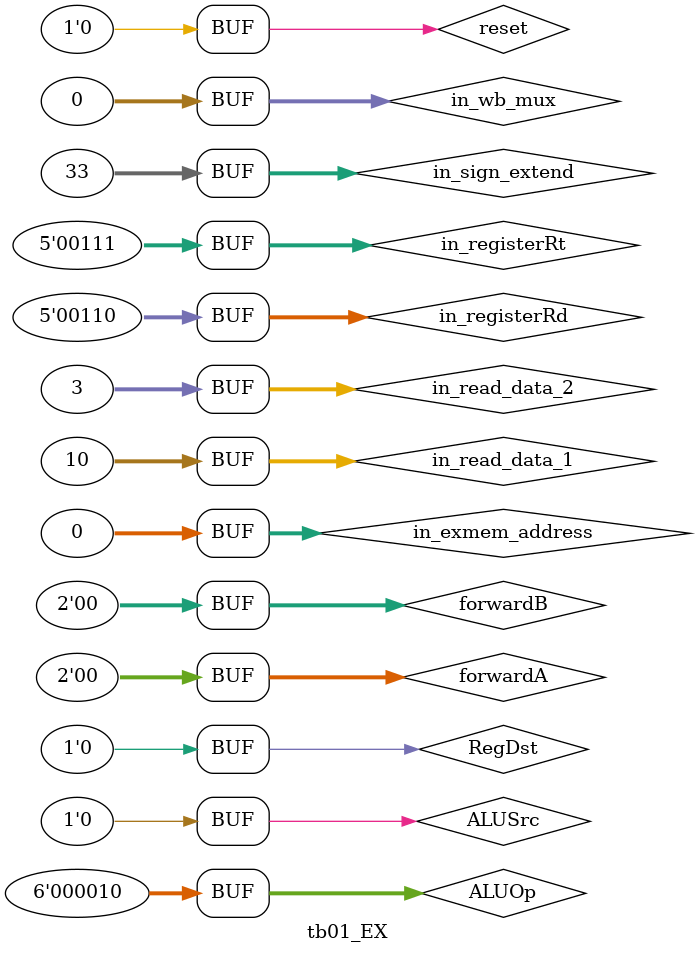
<source format=v>
`timescale 1ns / 1ps

module tb01_EX(
    );
    reg reset;
    reg [31:0] in_read_data_1;
    reg [31:0] in_read_data_2; 
    reg [31:0] in_sign_extend;
    reg [4:0] in_registerRd;
    reg [4:0] in_registerRt;
    reg RegDst; 
    reg [5:0] ALUOp;
    reg ALUSrc;
    reg [1:0] forwardA;
    reg [1:0] forwardB;
    reg [31:0] in_wb_mux;
    reg [31:0] in_exmem_address;
    wire [31:0] alu_result;
    wire out_zero;
    wire [31:0] out_read_data_2;
    wire [4:0] out_write_register;
    
    EX uut(
        .reset(reset),.in_read_data_1(in_read_data_1),.in_read_data_2(in_read_data_2),
            .in_sign_extend(in_sign_extend),.in_registerRd(in_registerRd),
            .in_registerRt(in_registerRt),.RegDst(RegDst),.ALUOp(ALUOp),.ALUSrc(ALUSrc),
            .forwardA(forwardA),.forwardB(forwardB),.in_exmem_address(in_exmem_address),
        .alu_result(alu_result),.out_zero(out_zero),.out_read_data_2(out_read_data_2),
            .out_write_register(out_write_register)
        );
        
    initial begin
        reset = 0;
        #100
        reset = 1;
        in_read_data_1 = 10;    //Dato1 = 10
        in_read_data_2 = 3;     //Dato2 = 3
        in_sign_extend = 32'b100001;    //funct ADDU
        in_registerRd = 6;      //Indistinto -> Registro $6 
        in_registerRt = 7;      //Indistinto -> Registro $7
        RegDst = 0;             //Elige $6
        ALUOp = 6'b000010;              //Tipo-R
        ALUSrc = 0;             //Elige Dato2 en lugar de Sign_extend
        forwardA = 0;           //Elige Dato1 en lugar de in_wb_mux o in_exmem_address
        forwardB = 0;           //Elige Dato2 en lugar de in_wb_mux o in_exmem_address
        in_wb_mux = 0;          //Indistinto
        in_exmem_address = 0;   //Indistinto
        #100 reset = 0;
        //NO ENTIENDOOOOOO POR QUEEE ZZZZZZZZZZZZZZZZZZZZZZZZZZZZZZZZZZZZZZZZZZZZZZZZZZZZZZZ!!!!!!!!
    end
endmodule
</source>
